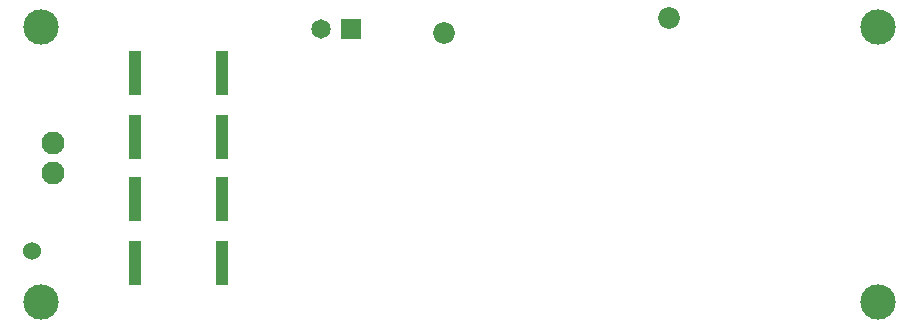
<source format=gbs>
%FSLAX24Y24*%
%MOIN*%
G70*
G01*
G75*
G04 Layer_Color=16711935*
%ADD10R,0.0354X0.0197*%
%ADD11R,0.0197X0.0354*%
%ADD12O,0.0571X0.0177*%
%ADD13R,0.0512X0.0236*%
%ADD14R,0.0236X0.0165*%
%ADD15R,0.0236X0.0512*%
%ADD16R,0.0413X0.0236*%
%ADD17R,0.1102X0.0492*%
%ADD18O,0.0630X0.0118*%
%ADD19R,0.0661X0.0740*%
%ADD20R,0.0512X0.0512*%
%ADD21R,0.0669X0.0433*%
%ADD22C,0.0310*%
%ADD23R,0.0374X0.0177*%
%ADD24R,0.0276X0.0591*%
%ADD25R,0.0591X0.0276*%
%ADD26C,0.0150*%
%ADD27C,0.0120*%
%ADD28R,0.0591X0.0591*%
%ADD29C,0.0591*%
%ADD30C,0.0709*%
%ADD31C,0.0661*%
%ADD32C,0.0390*%
%ADD33C,0.0280*%
%ADD34C,0.0400*%
%ADD35C,0.0197*%
%ADD36C,0.1575*%
%ADD37C,0.0600*%
%ADD38R,0.0358X0.1433*%
%ADD39C,0.0098*%
%ADD40C,0.0236*%
%ADD41C,0.0100*%
%ADD42C,0.0050*%
%ADD43C,0.0039*%
%ADD44C,0.0079*%
%ADD45C,0.0060*%
%ADD46R,0.0414X0.0257*%
%ADD47R,0.0257X0.0414*%
%ADD48O,0.0631X0.0237*%
%ADD49R,0.0572X0.0296*%
%ADD50R,0.0296X0.0225*%
%ADD51R,0.0296X0.0572*%
%ADD52R,0.0473X0.0296*%
%ADD53R,0.1162X0.0552*%
%ADD54O,0.0690X0.0178*%
%ADD55R,0.0721X0.0800*%
%ADD56R,0.0572X0.0572*%
%ADD57R,0.0729X0.0493*%
%ADD58C,0.0370*%
%ADD59R,0.0434X0.0237*%
%ADD60R,0.0336X0.0651*%
%ADD61R,0.0651X0.0336*%
%ADD62R,0.0651X0.0651*%
%ADD63C,0.0651*%
%ADD64C,0.0060*%
%ADD65C,0.0769*%
%ADD66C,0.0721*%
%ADD67C,0.1175*%
%ADD68R,0.0418X0.1493*%
D37*
X17000Y15000D02*
D03*
D62*
X27650Y22400D02*
D03*
D63*
X26650D02*
D03*
D64*
X16700Y17600D02*
D03*
Y18600D02*
D03*
D65*
X17700Y17600D02*
D03*
Y18600D02*
D03*
D66*
X38250Y22750D02*
D03*
X30750Y22250D02*
D03*
D67*
X17300Y13300D02*
D03*
X45200Y22450D02*
D03*
X17300D02*
D03*
X45200Y13300D02*
D03*
D68*
X23350Y14587D02*
D03*
Y16713D02*
D03*
X20450Y14587D02*
D03*
Y16713D02*
D03*
X23350Y20913D02*
D03*
Y18787D02*
D03*
X20450Y20913D02*
D03*
Y18787D02*
D03*
M02*

</source>
